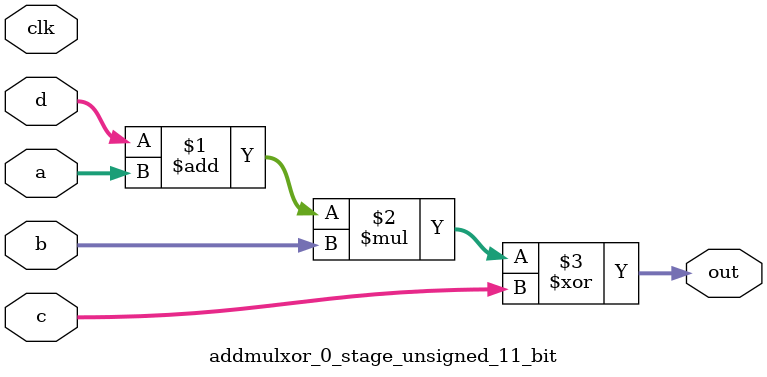
<source format=sv>
(* use_dsp = "yes" *) module addmulxor_0_stage_unsigned_11_bit(
	input  [10:0] a,
	input  [10:0] b,
	input  [10:0] c,
	input  [10:0] d,
	output [10:0] out,
	input clk);

	assign out = ((d + a) * b) ^ c;
endmodule

</source>
